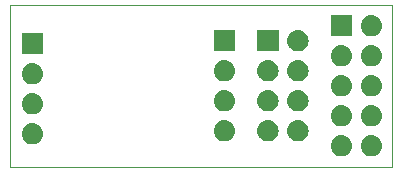
<source format=gbr>
G04 #@! TF.GenerationSoftware,KiCad,Pcbnew,(5.1.0)-1*
G04 #@! TF.CreationDate,2020-05-09T23:37:50+02:00*
G04 #@! TF.ProjectId,Token,546f6b65-6e2e-46b6-9963-61645f706362,rev?*
G04 #@! TF.SameCoordinates,Original*
G04 #@! TF.FileFunction,Soldermask,Bot*
G04 #@! TF.FilePolarity,Negative*
%FSLAX46Y46*%
G04 Gerber Fmt 4.6, Leading zero omitted, Abs format (unit mm)*
G04 Created by KiCad (PCBNEW (5.1.0)-1) date 2020-05-09 23:37:50*
%MOMM*%
%LPD*%
G04 APERTURE LIST*
%ADD10C,0.050000*%
%ADD11C,0.100000*%
G04 APERTURE END LIST*
D10*
X138049000Y-49149000D02*
X138049000Y-48133000D01*
X170434000Y-49149000D02*
X138049000Y-49149000D01*
X138049000Y-35433000D02*
X138049000Y-48133000D01*
X170434000Y-35433000D02*
X138049000Y-35433000D01*
X170434000Y-49149000D02*
X170434000Y-35433000D01*
D11*
G36*
X168766442Y-46476518D02*
G01*
X168832627Y-46483037D01*
X169002466Y-46534557D01*
X169158991Y-46618222D01*
X169194729Y-46647552D01*
X169296186Y-46730814D01*
X169379448Y-46832271D01*
X169408778Y-46868009D01*
X169492443Y-47024534D01*
X169543963Y-47194373D01*
X169561359Y-47371000D01*
X169543963Y-47547627D01*
X169492443Y-47717466D01*
X169408778Y-47873991D01*
X169379448Y-47909729D01*
X169296186Y-48011186D01*
X169194729Y-48094448D01*
X169158991Y-48123778D01*
X169002466Y-48207443D01*
X168832627Y-48258963D01*
X168766442Y-48265482D01*
X168700260Y-48272000D01*
X168611740Y-48272000D01*
X168545558Y-48265482D01*
X168479373Y-48258963D01*
X168309534Y-48207443D01*
X168153009Y-48123778D01*
X168117271Y-48094448D01*
X168015814Y-48011186D01*
X167932552Y-47909729D01*
X167903222Y-47873991D01*
X167819557Y-47717466D01*
X167768037Y-47547627D01*
X167750641Y-47371000D01*
X167768037Y-47194373D01*
X167819557Y-47024534D01*
X167903222Y-46868009D01*
X167932552Y-46832271D01*
X168015814Y-46730814D01*
X168117271Y-46647552D01*
X168153009Y-46618222D01*
X168309534Y-46534557D01*
X168479373Y-46483037D01*
X168545557Y-46476519D01*
X168611740Y-46470000D01*
X168700260Y-46470000D01*
X168766442Y-46476518D01*
X168766442Y-46476518D01*
G37*
G36*
X166226442Y-46476518D02*
G01*
X166292627Y-46483037D01*
X166462466Y-46534557D01*
X166618991Y-46618222D01*
X166654729Y-46647552D01*
X166756186Y-46730814D01*
X166839448Y-46832271D01*
X166868778Y-46868009D01*
X166952443Y-47024534D01*
X167003963Y-47194373D01*
X167021359Y-47371000D01*
X167003963Y-47547627D01*
X166952443Y-47717466D01*
X166868778Y-47873991D01*
X166839448Y-47909729D01*
X166756186Y-48011186D01*
X166654729Y-48094448D01*
X166618991Y-48123778D01*
X166462466Y-48207443D01*
X166292627Y-48258963D01*
X166226442Y-48265482D01*
X166160260Y-48272000D01*
X166071740Y-48272000D01*
X166005558Y-48265482D01*
X165939373Y-48258963D01*
X165769534Y-48207443D01*
X165613009Y-48123778D01*
X165577271Y-48094448D01*
X165475814Y-48011186D01*
X165392552Y-47909729D01*
X165363222Y-47873991D01*
X165279557Y-47717466D01*
X165228037Y-47547627D01*
X165210641Y-47371000D01*
X165228037Y-47194373D01*
X165279557Y-47024534D01*
X165363222Y-46868009D01*
X165392552Y-46832271D01*
X165475814Y-46730814D01*
X165577271Y-46647552D01*
X165613009Y-46618222D01*
X165769534Y-46534557D01*
X165939373Y-46483037D01*
X166005557Y-46476519D01*
X166071740Y-46470000D01*
X166160260Y-46470000D01*
X166226442Y-46476518D01*
X166226442Y-46476518D01*
G37*
G36*
X140064443Y-45460519D02*
G01*
X140130627Y-45467037D01*
X140300466Y-45518557D01*
X140456991Y-45602222D01*
X140492729Y-45631552D01*
X140594186Y-45714814D01*
X140677448Y-45816271D01*
X140706778Y-45852009D01*
X140790443Y-46008534D01*
X140841963Y-46178373D01*
X140859359Y-46355000D01*
X140841963Y-46531627D01*
X140790443Y-46701466D01*
X140706778Y-46857991D01*
X140677448Y-46893729D01*
X140594186Y-46995186D01*
X140492729Y-47078448D01*
X140456991Y-47107778D01*
X140300466Y-47191443D01*
X140130627Y-47242963D01*
X140064442Y-47249482D01*
X139998260Y-47256000D01*
X139909740Y-47256000D01*
X139843558Y-47249482D01*
X139777373Y-47242963D01*
X139607534Y-47191443D01*
X139451009Y-47107778D01*
X139415271Y-47078448D01*
X139313814Y-46995186D01*
X139230552Y-46893729D01*
X139201222Y-46857991D01*
X139117557Y-46701466D01*
X139066037Y-46531627D01*
X139048641Y-46355000D01*
X139066037Y-46178373D01*
X139117557Y-46008534D01*
X139201222Y-45852009D01*
X139230552Y-45816271D01*
X139313814Y-45714814D01*
X139415271Y-45631552D01*
X139451009Y-45602222D01*
X139607534Y-45518557D01*
X139777373Y-45467037D01*
X139843557Y-45460519D01*
X139909740Y-45454000D01*
X139998260Y-45454000D01*
X140064443Y-45460519D01*
X140064443Y-45460519D01*
G37*
G36*
X162543443Y-45206519D02*
G01*
X162609627Y-45213037D01*
X162779466Y-45264557D01*
X162935991Y-45348222D01*
X162971729Y-45377552D01*
X163073186Y-45460814D01*
X163156448Y-45562271D01*
X163185778Y-45598009D01*
X163269443Y-45754534D01*
X163320963Y-45924373D01*
X163338359Y-46101000D01*
X163320963Y-46277627D01*
X163269443Y-46447466D01*
X163185778Y-46603991D01*
X163156448Y-46639729D01*
X163073186Y-46741186D01*
X162971729Y-46824448D01*
X162935991Y-46853778D01*
X162779466Y-46937443D01*
X162609627Y-46988963D01*
X162546453Y-46995185D01*
X162477260Y-47002000D01*
X162388740Y-47002000D01*
X162319547Y-46995185D01*
X162256373Y-46988963D01*
X162086534Y-46937443D01*
X161930009Y-46853778D01*
X161894271Y-46824448D01*
X161792814Y-46741186D01*
X161709552Y-46639729D01*
X161680222Y-46603991D01*
X161596557Y-46447466D01*
X161545037Y-46277627D01*
X161527641Y-46101000D01*
X161545037Y-45924373D01*
X161596557Y-45754534D01*
X161680222Y-45598009D01*
X161709552Y-45562271D01*
X161792814Y-45460814D01*
X161894271Y-45377552D01*
X161930009Y-45348222D01*
X162086534Y-45264557D01*
X162256373Y-45213037D01*
X162322557Y-45206519D01*
X162388740Y-45200000D01*
X162477260Y-45200000D01*
X162543443Y-45206519D01*
X162543443Y-45206519D01*
G37*
G36*
X160003443Y-45206519D02*
G01*
X160069627Y-45213037D01*
X160239466Y-45264557D01*
X160395991Y-45348222D01*
X160431729Y-45377552D01*
X160533186Y-45460814D01*
X160616448Y-45562271D01*
X160645778Y-45598009D01*
X160729443Y-45754534D01*
X160780963Y-45924373D01*
X160798359Y-46101000D01*
X160780963Y-46277627D01*
X160729443Y-46447466D01*
X160645778Y-46603991D01*
X160616448Y-46639729D01*
X160533186Y-46741186D01*
X160431729Y-46824448D01*
X160395991Y-46853778D01*
X160239466Y-46937443D01*
X160069627Y-46988963D01*
X160006453Y-46995185D01*
X159937260Y-47002000D01*
X159848740Y-47002000D01*
X159779547Y-46995185D01*
X159716373Y-46988963D01*
X159546534Y-46937443D01*
X159390009Y-46853778D01*
X159354271Y-46824448D01*
X159252814Y-46741186D01*
X159169552Y-46639729D01*
X159140222Y-46603991D01*
X159056557Y-46447466D01*
X159005037Y-46277627D01*
X158987641Y-46101000D01*
X159005037Y-45924373D01*
X159056557Y-45754534D01*
X159140222Y-45598009D01*
X159169552Y-45562271D01*
X159252814Y-45460814D01*
X159354271Y-45377552D01*
X159390009Y-45348222D01*
X159546534Y-45264557D01*
X159716373Y-45213037D01*
X159782557Y-45206519D01*
X159848740Y-45200000D01*
X159937260Y-45200000D01*
X160003443Y-45206519D01*
X160003443Y-45206519D01*
G37*
G36*
X156320443Y-45206519D02*
G01*
X156386627Y-45213037D01*
X156556466Y-45264557D01*
X156712991Y-45348222D01*
X156748729Y-45377552D01*
X156850186Y-45460814D01*
X156933448Y-45562271D01*
X156962778Y-45598009D01*
X157046443Y-45754534D01*
X157097963Y-45924373D01*
X157115359Y-46101000D01*
X157097963Y-46277627D01*
X157046443Y-46447466D01*
X156962778Y-46603991D01*
X156933448Y-46639729D01*
X156850186Y-46741186D01*
X156748729Y-46824448D01*
X156712991Y-46853778D01*
X156556466Y-46937443D01*
X156386627Y-46988963D01*
X156323453Y-46995185D01*
X156254260Y-47002000D01*
X156165740Y-47002000D01*
X156096547Y-46995185D01*
X156033373Y-46988963D01*
X155863534Y-46937443D01*
X155707009Y-46853778D01*
X155671271Y-46824448D01*
X155569814Y-46741186D01*
X155486552Y-46639729D01*
X155457222Y-46603991D01*
X155373557Y-46447466D01*
X155322037Y-46277627D01*
X155304641Y-46101000D01*
X155322037Y-45924373D01*
X155373557Y-45754534D01*
X155457222Y-45598009D01*
X155486552Y-45562271D01*
X155569814Y-45460814D01*
X155671271Y-45377552D01*
X155707009Y-45348222D01*
X155863534Y-45264557D01*
X156033373Y-45213037D01*
X156099557Y-45206519D01*
X156165740Y-45200000D01*
X156254260Y-45200000D01*
X156320443Y-45206519D01*
X156320443Y-45206519D01*
G37*
G36*
X166226443Y-43936519D02*
G01*
X166292627Y-43943037D01*
X166462466Y-43994557D01*
X166618991Y-44078222D01*
X166654729Y-44107552D01*
X166756186Y-44190814D01*
X166839448Y-44292271D01*
X166868778Y-44328009D01*
X166952443Y-44484534D01*
X167003963Y-44654373D01*
X167021359Y-44831000D01*
X167003963Y-45007627D01*
X166952443Y-45177466D01*
X166868778Y-45333991D01*
X166839448Y-45369729D01*
X166756186Y-45471186D01*
X166654729Y-45554448D01*
X166618991Y-45583778D01*
X166462466Y-45667443D01*
X166292627Y-45718963D01*
X166226442Y-45725482D01*
X166160260Y-45732000D01*
X166071740Y-45732000D01*
X166005558Y-45725482D01*
X165939373Y-45718963D01*
X165769534Y-45667443D01*
X165613009Y-45583778D01*
X165577271Y-45554448D01*
X165475814Y-45471186D01*
X165392552Y-45369729D01*
X165363222Y-45333991D01*
X165279557Y-45177466D01*
X165228037Y-45007627D01*
X165210641Y-44831000D01*
X165228037Y-44654373D01*
X165279557Y-44484534D01*
X165363222Y-44328009D01*
X165392552Y-44292271D01*
X165475814Y-44190814D01*
X165577271Y-44107552D01*
X165613009Y-44078222D01*
X165769534Y-43994557D01*
X165939373Y-43943037D01*
X166005557Y-43936519D01*
X166071740Y-43930000D01*
X166160260Y-43930000D01*
X166226443Y-43936519D01*
X166226443Y-43936519D01*
G37*
G36*
X168766443Y-43936519D02*
G01*
X168832627Y-43943037D01*
X169002466Y-43994557D01*
X169158991Y-44078222D01*
X169194729Y-44107552D01*
X169296186Y-44190814D01*
X169379448Y-44292271D01*
X169408778Y-44328009D01*
X169492443Y-44484534D01*
X169543963Y-44654373D01*
X169561359Y-44831000D01*
X169543963Y-45007627D01*
X169492443Y-45177466D01*
X169408778Y-45333991D01*
X169379448Y-45369729D01*
X169296186Y-45471186D01*
X169194729Y-45554448D01*
X169158991Y-45583778D01*
X169002466Y-45667443D01*
X168832627Y-45718963D01*
X168766442Y-45725482D01*
X168700260Y-45732000D01*
X168611740Y-45732000D01*
X168545558Y-45725482D01*
X168479373Y-45718963D01*
X168309534Y-45667443D01*
X168153009Y-45583778D01*
X168117271Y-45554448D01*
X168015814Y-45471186D01*
X167932552Y-45369729D01*
X167903222Y-45333991D01*
X167819557Y-45177466D01*
X167768037Y-45007627D01*
X167750641Y-44831000D01*
X167768037Y-44654373D01*
X167819557Y-44484534D01*
X167903222Y-44328009D01*
X167932552Y-44292271D01*
X168015814Y-44190814D01*
X168117271Y-44107552D01*
X168153009Y-44078222D01*
X168309534Y-43994557D01*
X168479373Y-43943037D01*
X168545557Y-43936519D01*
X168611740Y-43930000D01*
X168700260Y-43930000D01*
X168766443Y-43936519D01*
X168766443Y-43936519D01*
G37*
G36*
X140064443Y-42920519D02*
G01*
X140130627Y-42927037D01*
X140300466Y-42978557D01*
X140456991Y-43062222D01*
X140492729Y-43091552D01*
X140594186Y-43174814D01*
X140677448Y-43276271D01*
X140706778Y-43312009D01*
X140790443Y-43468534D01*
X140841963Y-43638373D01*
X140859359Y-43815000D01*
X140841963Y-43991627D01*
X140790443Y-44161466D01*
X140706778Y-44317991D01*
X140677448Y-44353729D01*
X140594186Y-44455186D01*
X140492729Y-44538448D01*
X140456991Y-44567778D01*
X140300466Y-44651443D01*
X140130627Y-44702963D01*
X140064443Y-44709481D01*
X139998260Y-44716000D01*
X139909740Y-44716000D01*
X139843557Y-44709481D01*
X139777373Y-44702963D01*
X139607534Y-44651443D01*
X139451009Y-44567778D01*
X139415271Y-44538448D01*
X139313814Y-44455186D01*
X139230552Y-44353729D01*
X139201222Y-44317991D01*
X139117557Y-44161466D01*
X139066037Y-43991627D01*
X139048641Y-43815000D01*
X139066037Y-43638373D01*
X139117557Y-43468534D01*
X139201222Y-43312009D01*
X139230552Y-43276271D01*
X139313814Y-43174814D01*
X139415271Y-43091552D01*
X139451009Y-43062222D01*
X139607534Y-42978557D01*
X139777373Y-42927037D01*
X139843557Y-42920519D01*
X139909740Y-42914000D01*
X139998260Y-42914000D01*
X140064443Y-42920519D01*
X140064443Y-42920519D01*
G37*
G36*
X162543442Y-42666518D02*
G01*
X162609627Y-42673037D01*
X162779466Y-42724557D01*
X162935991Y-42808222D01*
X162971729Y-42837552D01*
X163073186Y-42920814D01*
X163156448Y-43022271D01*
X163185778Y-43058009D01*
X163269443Y-43214534D01*
X163320963Y-43384373D01*
X163338359Y-43561000D01*
X163320963Y-43737627D01*
X163269443Y-43907466D01*
X163185778Y-44063991D01*
X163156448Y-44099729D01*
X163073186Y-44201186D01*
X162971729Y-44284448D01*
X162935991Y-44313778D01*
X162779466Y-44397443D01*
X162609627Y-44448963D01*
X162546453Y-44455185D01*
X162477260Y-44462000D01*
X162388740Y-44462000D01*
X162319547Y-44455185D01*
X162256373Y-44448963D01*
X162086534Y-44397443D01*
X161930009Y-44313778D01*
X161894271Y-44284448D01*
X161792814Y-44201186D01*
X161709552Y-44099729D01*
X161680222Y-44063991D01*
X161596557Y-43907466D01*
X161545037Y-43737627D01*
X161527641Y-43561000D01*
X161545037Y-43384373D01*
X161596557Y-43214534D01*
X161680222Y-43058009D01*
X161709552Y-43022271D01*
X161792814Y-42920814D01*
X161894271Y-42837552D01*
X161930009Y-42808222D01*
X162086534Y-42724557D01*
X162256373Y-42673037D01*
X162322558Y-42666518D01*
X162388740Y-42660000D01*
X162477260Y-42660000D01*
X162543442Y-42666518D01*
X162543442Y-42666518D01*
G37*
G36*
X156320442Y-42666518D02*
G01*
X156386627Y-42673037D01*
X156556466Y-42724557D01*
X156712991Y-42808222D01*
X156748729Y-42837552D01*
X156850186Y-42920814D01*
X156933448Y-43022271D01*
X156962778Y-43058009D01*
X157046443Y-43214534D01*
X157097963Y-43384373D01*
X157115359Y-43561000D01*
X157097963Y-43737627D01*
X157046443Y-43907466D01*
X156962778Y-44063991D01*
X156933448Y-44099729D01*
X156850186Y-44201186D01*
X156748729Y-44284448D01*
X156712991Y-44313778D01*
X156556466Y-44397443D01*
X156386627Y-44448963D01*
X156323453Y-44455185D01*
X156254260Y-44462000D01*
X156165740Y-44462000D01*
X156096547Y-44455185D01*
X156033373Y-44448963D01*
X155863534Y-44397443D01*
X155707009Y-44313778D01*
X155671271Y-44284448D01*
X155569814Y-44201186D01*
X155486552Y-44099729D01*
X155457222Y-44063991D01*
X155373557Y-43907466D01*
X155322037Y-43737627D01*
X155304641Y-43561000D01*
X155322037Y-43384373D01*
X155373557Y-43214534D01*
X155457222Y-43058009D01*
X155486552Y-43022271D01*
X155569814Y-42920814D01*
X155671271Y-42837552D01*
X155707009Y-42808222D01*
X155863534Y-42724557D01*
X156033373Y-42673037D01*
X156099558Y-42666518D01*
X156165740Y-42660000D01*
X156254260Y-42660000D01*
X156320442Y-42666518D01*
X156320442Y-42666518D01*
G37*
G36*
X160003442Y-42666518D02*
G01*
X160069627Y-42673037D01*
X160239466Y-42724557D01*
X160395991Y-42808222D01*
X160431729Y-42837552D01*
X160533186Y-42920814D01*
X160616448Y-43022271D01*
X160645778Y-43058009D01*
X160729443Y-43214534D01*
X160780963Y-43384373D01*
X160798359Y-43561000D01*
X160780963Y-43737627D01*
X160729443Y-43907466D01*
X160645778Y-44063991D01*
X160616448Y-44099729D01*
X160533186Y-44201186D01*
X160431729Y-44284448D01*
X160395991Y-44313778D01*
X160239466Y-44397443D01*
X160069627Y-44448963D01*
X160006453Y-44455185D01*
X159937260Y-44462000D01*
X159848740Y-44462000D01*
X159779547Y-44455185D01*
X159716373Y-44448963D01*
X159546534Y-44397443D01*
X159390009Y-44313778D01*
X159354271Y-44284448D01*
X159252814Y-44201186D01*
X159169552Y-44099729D01*
X159140222Y-44063991D01*
X159056557Y-43907466D01*
X159005037Y-43737627D01*
X158987641Y-43561000D01*
X159005037Y-43384373D01*
X159056557Y-43214534D01*
X159140222Y-43058009D01*
X159169552Y-43022271D01*
X159252814Y-42920814D01*
X159354271Y-42837552D01*
X159390009Y-42808222D01*
X159546534Y-42724557D01*
X159716373Y-42673037D01*
X159782558Y-42666518D01*
X159848740Y-42660000D01*
X159937260Y-42660000D01*
X160003442Y-42666518D01*
X160003442Y-42666518D01*
G37*
G36*
X168766442Y-41396518D02*
G01*
X168832627Y-41403037D01*
X169002466Y-41454557D01*
X169158991Y-41538222D01*
X169194729Y-41567552D01*
X169296186Y-41650814D01*
X169379448Y-41752271D01*
X169408778Y-41788009D01*
X169492443Y-41944534D01*
X169543963Y-42114373D01*
X169561359Y-42291000D01*
X169543963Y-42467627D01*
X169492443Y-42637466D01*
X169408778Y-42793991D01*
X169379448Y-42829729D01*
X169296186Y-42931186D01*
X169194729Y-43014448D01*
X169158991Y-43043778D01*
X169002466Y-43127443D01*
X168832627Y-43178963D01*
X168766443Y-43185481D01*
X168700260Y-43192000D01*
X168611740Y-43192000D01*
X168545558Y-43185482D01*
X168479373Y-43178963D01*
X168309534Y-43127443D01*
X168153009Y-43043778D01*
X168117271Y-43014448D01*
X168015814Y-42931186D01*
X167932552Y-42829729D01*
X167903222Y-42793991D01*
X167819557Y-42637466D01*
X167768037Y-42467627D01*
X167750641Y-42291000D01*
X167768037Y-42114373D01*
X167819557Y-41944534D01*
X167903222Y-41788009D01*
X167932552Y-41752271D01*
X168015814Y-41650814D01*
X168117271Y-41567552D01*
X168153009Y-41538222D01*
X168309534Y-41454557D01*
X168479373Y-41403037D01*
X168545558Y-41396518D01*
X168611740Y-41390000D01*
X168700260Y-41390000D01*
X168766442Y-41396518D01*
X168766442Y-41396518D01*
G37*
G36*
X166226442Y-41396518D02*
G01*
X166292627Y-41403037D01*
X166462466Y-41454557D01*
X166618991Y-41538222D01*
X166654729Y-41567552D01*
X166756186Y-41650814D01*
X166839448Y-41752271D01*
X166868778Y-41788009D01*
X166952443Y-41944534D01*
X167003963Y-42114373D01*
X167021359Y-42291000D01*
X167003963Y-42467627D01*
X166952443Y-42637466D01*
X166868778Y-42793991D01*
X166839448Y-42829729D01*
X166756186Y-42931186D01*
X166654729Y-43014448D01*
X166618991Y-43043778D01*
X166462466Y-43127443D01*
X166292627Y-43178963D01*
X166226443Y-43185481D01*
X166160260Y-43192000D01*
X166071740Y-43192000D01*
X166005558Y-43185482D01*
X165939373Y-43178963D01*
X165769534Y-43127443D01*
X165613009Y-43043778D01*
X165577271Y-43014448D01*
X165475814Y-42931186D01*
X165392552Y-42829729D01*
X165363222Y-42793991D01*
X165279557Y-42637466D01*
X165228037Y-42467627D01*
X165210641Y-42291000D01*
X165228037Y-42114373D01*
X165279557Y-41944534D01*
X165363222Y-41788009D01*
X165392552Y-41752271D01*
X165475814Y-41650814D01*
X165577271Y-41567552D01*
X165613009Y-41538222D01*
X165769534Y-41454557D01*
X165939373Y-41403037D01*
X166005558Y-41396518D01*
X166071740Y-41390000D01*
X166160260Y-41390000D01*
X166226442Y-41396518D01*
X166226442Y-41396518D01*
G37*
G36*
X140064443Y-40380519D02*
G01*
X140130627Y-40387037D01*
X140300466Y-40438557D01*
X140456991Y-40522222D01*
X140492729Y-40551552D01*
X140594186Y-40634814D01*
X140677448Y-40736271D01*
X140706778Y-40772009D01*
X140790443Y-40928534D01*
X140841963Y-41098373D01*
X140859359Y-41275000D01*
X140841963Y-41451627D01*
X140790443Y-41621466D01*
X140706778Y-41777991D01*
X140677448Y-41813729D01*
X140594186Y-41915186D01*
X140492729Y-41998448D01*
X140456991Y-42027778D01*
X140300466Y-42111443D01*
X140130627Y-42162963D01*
X140064443Y-42169481D01*
X139998260Y-42176000D01*
X139909740Y-42176000D01*
X139843557Y-42169481D01*
X139777373Y-42162963D01*
X139607534Y-42111443D01*
X139451009Y-42027778D01*
X139415271Y-41998448D01*
X139313814Y-41915186D01*
X139230552Y-41813729D01*
X139201222Y-41777991D01*
X139117557Y-41621466D01*
X139066037Y-41451627D01*
X139048641Y-41275000D01*
X139066037Y-41098373D01*
X139117557Y-40928534D01*
X139201222Y-40772009D01*
X139230552Y-40736271D01*
X139313814Y-40634814D01*
X139415271Y-40551552D01*
X139451009Y-40522222D01*
X139607534Y-40438557D01*
X139777373Y-40387037D01*
X139843558Y-40380518D01*
X139909740Y-40374000D01*
X139998260Y-40374000D01*
X140064443Y-40380519D01*
X140064443Y-40380519D01*
G37*
G36*
X162543443Y-40126519D02*
G01*
X162609627Y-40133037D01*
X162779466Y-40184557D01*
X162935991Y-40268222D01*
X162971729Y-40297552D01*
X163073186Y-40380814D01*
X163156448Y-40482271D01*
X163185778Y-40518009D01*
X163269443Y-40674534D01*
X163320963Y-40844373D01*
X163338359Y-41021000D01*
X163320963Y-41197627D01*
X163269443Y-41367466D01*
X163185778Y-41523991D01*
X163156448Y-41559729D01*
X163073186Y-41661186D01*
X162971729Y-41744448D01*
X162935991Y-41773778D01*
X162779466Y-41857443D01*
X162609627Y-41908963D01*
X162546453Y-41915185D01*
X162477260Y-41922000D01*
X162388740Y-41922000D01*
X162319547Y-41915185D01*
X162256373Y-41908963D01*
X162086534Y-41857443D01*
X161930009Y-41773778D01*
X161894271Y-41744448D01*
X161792814Y-41661186D01*
X161709552Y-41559729D01*
X161680222Y-41523991D01*
X161596557Y-41367466D01*
X161545037Y-41197627D01*
X161527641Y-41021000D01*
X161545037Y-40844373D01*
X161596557Y-40674534D01*
X161680222Y-40518009D01*
X161709552Y-40482271D01*
X161792814Y-40380814D01*
X161894271Y-40297552D01*
X161930009Y-40268222D01*
X162086534Y-40184557D01*
X162256373Y-40133037D01*
X162322558Y-40126518D01*
X162388740Y-40120000D01*
X162477260Y-40120000D01*
X162543443Y-40126519D01*
X162543443Y-40126519D01*
G37*
G36*
X156320443Y-40126519D02*
G01*
X156386627Y-40133037D01*
X156556466Y-40184557D01*
X156712991Y-40268222D01*
X156748729Y-40297552D01*
X156850186Y-40380814D01*
X156933448Y-40482271D01*
X156962778Y-40518009D01*
X157046443Y-40674534D01*
X157097963Y-40844373D01*
X157115359Y-41021000D01*
X157097963Y-41197627D01*
X157046443Y-41367466D01*
X156962778Y-41523991D01*
X156933448Y-41559729D01*
X156850186Y-41661186D01*
X156748729Y-41744448D01*
X156712991Y-41773778D01*
X156556466Y-41857443D01*
X156386627Y-41908963D01*
X156323453Y-41915185D01*
X156254260Y-41922000D01*
X156165740Y-41922000D01*
X156096547Y-41915185D01*
X156033373Y-41908963D01*
X155863534Y-41857443D01*
X155707009Y-41773778D01*
X155671271Y-41744448D01*
X155569814Y-41661186D01*
X155486552Y-41559729D01*
X155457222Y-41523991D01*
X155373557Y-41367466D01*
X155322037Y-41197627D01*
X155304641Y-41021000D01*
X155322037Y-40844373D01*
X155373557Y-40674534D01*
X155457222Y-40518009D01*
X155486552Y-40482271D01*
X155569814Y-40380814D01*
X155671271Y-40297552D01*
X155707009Y-40268222D01*
X155863534Y-40184557D01*
X156033373Y-40133037D01*
X156099558Y-40126518D01*
X156165740Y-40120000D01*
X156254260Y-40120000D01*
X156320443Y-40126519D01*
X156320443Y-40126519D01*
G37*
G36*
X160003443Y-40126519D02*
G01*
X160069627Y-40133037D01*
X160239466Y-40184557D01*
X160395991Y-40268222D01*
X160431729Y-40297552D01*
X160533186Y-40380814D01*
X160616448Y-40482271D01*
X160645778Y-40518009D01*
X160729443Y-40674534D01*
X160780963Y-40844373D01*
X160798359Y-41021000D01*
X160780963Y-41197627D01*
X160729443Y-41367466D01*
X160645778Y-41523991D01*
X160616448Y-41559729D01*
X160533186Y-41661186D01*
X160431729Y-41744448D01*
X160395991Y-41773778D01*
X160239466Y-41857443D01*
X160069627Y-41908963D01*
X160006453Y-41915185D01*
X159937260Y-41922000D01*
X159848740Y-41922000D01*
X159779547Y-41915185D01*
X159716373Y-41908963D01*
X159546534Y-41857443D01*
X159390009Y-41773778D01*
X159354271Y-41744448D01*
X159252814Y-41661186D01*
X159169552Y-41559729D01*
X159140222Y-41523991D01*
X159056557Y-41367466D01*
X159005037Y-41197627D01*
X158987641Y-41021000D01*
X159005037Y-40844373D01*
X159056557Y-40674534D01*
X159140222Y-40518009D01*
X159169552Y-40482271D01*
X159252814Y-40380814D01*
X159354271Y-40297552D01*
X159390009Y-40268222D01*
X159546534Y-40184557D01*
X159716373Y-40133037D01*
X159782558Y-40126518D01*
X159848740Y-40120000D01*
X159937260Y-40120000D01*
X160003443Y-40126519D01*
X160003443Y-40126519D01*
G37*
G36*
X166226443Y-38856519D02*
G01*
X166292627Y-38863037D01*
X166462466Y-38914557D01*
X166618991Y-38998222D01*
X166654729Y-39027552D01*
X166756186Y-39110814D01*
X166839448Y-39212271D01*
X166868778Y-39248009D01*
X166952443Y-39404534D01*
X167003963Y-39574373D01*
X167021359Y-39751000D01*
X167003963Y-39927627D01*
X166952443Y-40097466D01*
X166868778Y-40253991D01*
X166839448Y-40289729D01*
X166756186Y-40391186D01*
X166654729Y-40474448D01*
X166618991Y-40503778D01*
X166462466Y-40587443D01*
X166292627Y-40638963D01*
X166226443Y-40645481D01*
X166160260Y-40652000D01*
X166071740Y-40652000D01*
X166005557Y-40645481D01*
X165939373Y-40638963D01*
X165769534Y-40587443D01*
X165613009Y-40503778D01*
X165577271Y-40474448D01*
X165475814Y-40391186D01*
X165392552Y-40289729D01*
X165363222Y-40253991D01*
X165279557Y-40097466D01*
X165228037Y-39927627D01*
X165210641Y-39751000D01*
X165228037Y-39574373D01*
X165279557Y-39404534D01*
X165363222Y-39248009D01*
X165392552Y-39212271D01*
X165475814Y-39110814D01*
X165577271Y-39027552D01*
X165613009Y-38998222D01*
X165769534Y-38914557D01*
X165939373Y-38863037D01*
X166005557Y-38856519D01*
X166071740Y-38850000D01*
X166160260Y-38850000D01*
X166226443Y-38856519D01*
X166226443Y-38856519D01*
G37*
G36*
X168766443Y-38856519D02*
G01*
X168832627Y-38863037D01*
X169002466Y-38914557D01*
X169158991Y-38998222D01*
X169194729Y-39027552D01*
X169296186Y-39110814D01*
X169379448Y-39212271D01*
X169408778Y-39248009D01*
X169492443Y-39404534D01*
X169543963Y-39574373D01*
X169561359Y-39751000D01*
X169543963Y-39927627D01*
X169492443Y-40097466D01*
X169408778Y-40253991D01*
X169379448Y-40289729D01*
X169296186Y-40391186D01*
X169194729Y-40474448D01*
X169158991Y-40503778D01*
X169002466Y-40587443D01*
X168832627Y-40638963D01*
X168766443Y-40645481D01*
X168700260Y-40652000D01*
X168611740Y-40652000D01*
X168545557Y-40645481D01*
X168479373Y-40638963D01*
X168309534Y-40587443D01*
X168153009Y-40503778D01*
X168117271Y-40474448D01*
X168015814Y-40391186D01*
X167932552Y-40289729D01*
X167903222Y-40253991D01*
X167819557Y-40097466D01*
X167768037Y-39927627D01*
X167750641Y-39751000D01*
X167768037Y-39574373D01*
X167819557Y-39404534D01*
X167903222Y-39248009D01*
X167932552Y-39212271D01*
X168015814Y-39110814D01*
X168117271Y-39027552D01*
X168153009Y-38998222D01*
X168309534Y-38914557D01*
X168479373Y-38863037D01*
X168545557Y-38856519D01*
X168611740Y-38850000D01*
X168700260Y-38850000D01*
X168766443Y-38856519D01*
X168766443Y-38856519D01*
G37*
G36*
X140855000Y-39636000D02*
G01*
X139053000Y-39636000D01*
X139053000Y-37834000D01*
X140855000Y-37834000D01*
X140855000Y-39636000D01*
X140855000Y-39636000D01*
G37*
G36*
X157111000Y-39382000D02*
G01*
X155309000Y-39382000D01*
X155309000Y-37580000D01*
X157111000Y-37580000D01*
X157111000Y-39382000D01*
X157111000Y-39382000D01*
G37*
G36*
X160794000Y-39382000D02*
G01*
X158992000Y-39382000D01*
X158992000Y-37580000D01*
X160794000Y-37580000D01*
X160794000Y-39382000D01*
X160794000Y-39382000D01*
G37*
G36*
X162543442Y-37586518D02*
G01*
X162609627Y-37593037D01*
X162779466Y-37644557D01*
X162935991Y-37728222D01*
X162971729Y-37757552D01*
X163073186Y-37840814D01*
X163156448Y-37942271D01*
X163185778Y-37978009D01*
X163269443Y-38134534D01*
X163320963Y-38304373D01*
X163338359Y-38481000D01*
X163320963Y-38657627D01*
X163269443Y-38827466D01*
X163185778Y-38983991D01*
X163156448Y-39019729D01*
X163073186Y-39121186D01*
X162971729Y-39204448D01*
X162935991Y-39233778D01*
X162779466Y-39317443D01*
X162609627Y-39368963D01*
X162543442Y-39375482D01*
X162477260Y-39382000D01*
X162388740Y-39382000D01*
X162322557Y-39375481D01*
X162256373Y-39368963D01*
X162086534Y-39317443D01*
X161930009Y-39233778D01*
X161894271Y-39204448D01*
X161792814Y-39121186D01*
X161709552Y-39019729D01*
X161680222Y-38983991D01*
X161596557Y-38827466D01*
X161545037Y-38657627D01*
X161527641Y-38481000D01*
X161545037Y-38304373D01*
X161596557Y-38134534D01*
X161680222Y-37978009D01*
X161709552Y-37942271D01*
X161792814Y-37840814D01*
X161894271Y-37757552D01*
X161930009Y-37728222D01*
X162086534Y-37644557D01*
X162256373Y-37593037D01*
X162322558Y-37586518D01*
X162388740Y-37580000D01*
X162477260Y-37580000D01*
X162543442Y-37586518D01*
X162543442Y-37586518D01*
G37*
G36*
X168766442Y-36316518D02*
G01*
X168832627Y-36323037D01*
X169002466Y-36374557D01*
X169158991Y-36458222D01*
X169194729Y-36487552D01*
X169296186Y-36570814D01*
X169379448Y-36672271D01*
X169408778Y-36708009D01*
X169492443Y-36864534D01*
X169543963Y-37034373D01*
X169561359Y-37211000D01*
X169543963Y-37387627D01*
X169492443Y-37557466D01*
X169408778Y-37713991D01*
X169379448Y-37749729D01*
X169296186Y-37851186D01*
X169194729Y-37934448D01*
X169158991Y-37963778D01*
X169002466Y-38047443D01*
X168832627Y-38098963D01*
X168766442Y-38105482D01*
X168700260Y-38112000D01*
X168611740Y-38112000D01*
X168545558Y-38105482D01*
X168479373Y-38098963D01*
X168309534Y-38047443D01*
X168153009Y-37963778D01*
X168117271Y-37934448D01*
X168015814Y-37851186D01*
X167932552Y-37749729D01*
X167903222Y-37713991D01*
X167819557Y-37557466D01*
X167768037Y-37387627D01*
X167750641Y-37211000D01*
X167768037Y-37034373D01*
X167819557Y-36864534D01*
X167903222Y-36708009D01*
X167932552Y-36672271D01*
X168015814Y-36570814D01*
X168117271Y-36487552D01*
X168153009Y-36458222D01*
X168309534Y-36374557D01*
X168479373Y-36323037D01*
X168545557Y-36316519D01*
X168611740Y-36310000D01*
X168700260Y-36310000D01*
X168766442Y-36316518D01*
X168766442Y-36316518D01*
G37*
G36*
X167017000Y-38112000D02*
G01*
X165215000Y-38112000D01*
X165215000Y-36310000D01*
X167017000Y-36310000D01*
X167017000Y-38112000D01*
X167017000Y-38112000D01*
G37*
M02*

</source>
